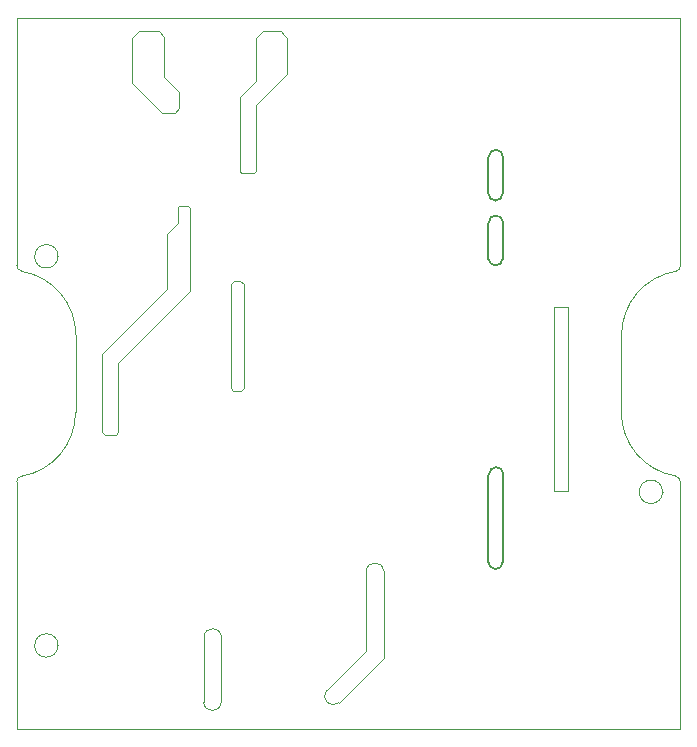
<source format=gko>
%FSTAX23Y23*%
%MOIN*%
%SFA1B1*%

%IPPOS*%
%ADD10C,0.003940*%
%ADD14C,0.005910*%
%ADD86C,0.000500*%
%ADD87C,0.000790*%
%LN86ÐÍzigbeeÖÇÄÜ²å×ù°å-1*%
%LPD*%
G54D10*
X04671Y02753D02*
D01*
D01*
G75*
G03X04712Y02711I00022J-00019D01*
G74*G01*
X04861Y03151D02*
D01*
D01*
G75*
G03X04802Y03151I-00029J-00002D01*
G74*G01*
X04261Y02713D02*
D01*
D01*
G75*
G03X0432Y02713I00029J00002D01*
G74*G01*
Y02932D02*
D01*
D01*
G75*
G03X04261Y02932I-00029J-00002D01*
G74*G01*
X04712Y02711D02*
X04861Y0286D01*
X04671Y02753D02*
X04802Y02884D01*
Y03151*
X04861Y0286D02*
Y03151D01*
X0432Y02713D02*
Y02932D01*
X04261Y02713D02*
Y02932D01*
X05429Y03417D02*
X05477D01*
X05429Y04032D02*
X05477D01*
X05429Y03417D02*
Y04032D01*
X05477Y03417D02*
Y04032D01*
G54D14*
X05259Y04531D02*
D01*
D01*
G75*
G03X0521I-00024J0D01*
G74*G01*
X0521Y03182D02*
D01*
D01*
G75*
G03X0526I00024J0D01*
G74*G01*
Y03473D02*
D01*
D01*
G75*
G03X0521I-00024J0D01*
G74*G01*
X0521Y0441D02*
D01*
D01*
G75*
G03X05259I00024J0D01*
G74*G01*
Y04312D02*
D01*
D01*
G75*
G03X0521I-00024J0D01*
G74*G01*
Y04194D02*
D01*
D01*
G75*
G03X05259I00024J0D01*
G74*G01*
Y0441D02*
Y04531D01*
X0521Y0441D02*
Y04531D01*
Y03182D02*
Y03472D01*
X05259D02*
X05259Y03182D01*
X05259Y04191D02*
Y04311D01*
X0521Y0419D02*
Y0431D01*
G54D86*
X03776Y02903D02*
D01*
D01*
G75*
G03X03697I-00039J0D01*
G74*G01*
D01*
G75*
G03X03776I00039J0D01*
G74*G01*
Y042D02*
D01*
D01*
G75*
G03X03697I-00039J0D01*
G74*G01*
D01*
G75*
G03X03776I00039J0D01*
G74*G01*
X05791Y03415D02*
D01*
D01*
G75*
G03X05713I-00039J0D01*
G74*G01*
D01*
G75*
G03X05791I00039J0D01*
G74*G01*
X03654Y03467D02*
D01*
D01*
G75*
G03X03638Y03448I00003J-00019D01*
G74*G01*
X03654Y03467D02*
D01*
D01*
G75*
G03X03835Y03681I-00036J00213D01*
G74*G01*
X0585Y03448D02*
D01*
D01*
G75*
G03X05834Y03467I-00019J0D01*
G74*G01*
X05653Y03681D02*
D01*
D01*
G75*
G03X05834Y03467I00216J-0D01*
G74*G01*
Y0415D02*
D01*
D01*
G75*
G03X05653Y03937I00036J-00213D01*
G74*G01*
X05834Y0415D02*
D01*
D01*
G75*
G03X0585Y0417I-00003J00019D01*
G74*G01*
X03638D02*
D01*
D01*
G75*
G03X03654Y0415I00019J-0D01*
G74*G01*
X03835Y03937D02*
D01*
D01*
G75*
G03X03654Y0415I-00216J-0D01*
G74*G01*
X03638Y02624D02*
Y03448D01*
Y02624D02*
X0585D01*
Y03448*
X05653Y03681D02*
Y03937D01*
X0585Y0417D02*
Y04994D01*
X03638D02*
X0585D01*
X03638D02*
X0585D01*
X03638Y0417D02*
Y04994D01*
X03835Y03681D02*
Y03937D01*
G54D87*
X0443Y04479D02*
X04436Y04484D01*
X04387Y04479D02*
X0443D01*
X04382Y04484D02*
X04387Y04479D01*
X04436Y04484D02*
Y04704D01*
X04178Y04368D02*
X04208D01*
X04174Y04364D02*
X04178Y04368D01*
X04174Y04311D02*
Y04364D01*
X04139Y04276D02*
X04174Y04311D01*
X04139Y04092D02*
Y04276D01*
X04208Y04368D02*
X04216Y0436D01*
Y04085D02*
Y0436D01*
X04363Y04119D02*
X04382D01*
X04394Y04107*
Y03761D02*
Y04107D01*
X04385Y03752D02*
X04394Y03761D01*
X0436Y03752D02*
X04385D01*
X04351Y03761D02*
X0436Y03752D01*
X04351Y03761D02*
Y04108D01*
X04363Y04119*
X0453Y04938D02*
X04539Y04929D01*
Y04807D02*
Y04929D01*
X04436Y04704D02*
X04539Y04807D01*
X04382Y04484D02*
Y0473D01*
X04436Y04784*
Y04928*
X04458Y0495*
X04518*
X0453Y04938*
X04032D02*
X04044Y0495D01*
X04112*
X0413Y04932*
Y04798D02*
Y04932D01*
Y04798D02*
X0418Y04748D01*
Y04695D02*
Y04748D01*
X04164Y04679D02*
X0418Y04695D01*
X04121Y04679D02*
X04164D01*
X04023Y04777D02*
X04121Y04679D01*
X04023Y04777D02*
Y04929D01*
X04032Y04938*
X03983Y03936D02*
X04139Y04092D01*
X03977Y03846D02*
X04216Y04085D01*
X03977Y03615D02*
Y03846D01*
X03968Y03606D02*
X03977Y03615D01*
X03931Y03606D02*
X03968D01*
X03922Y03615D02*
X03931Y03606D01*
X03922Y03615D02*
Y03875D01*
X03983Y03936*
M02*
</source>
